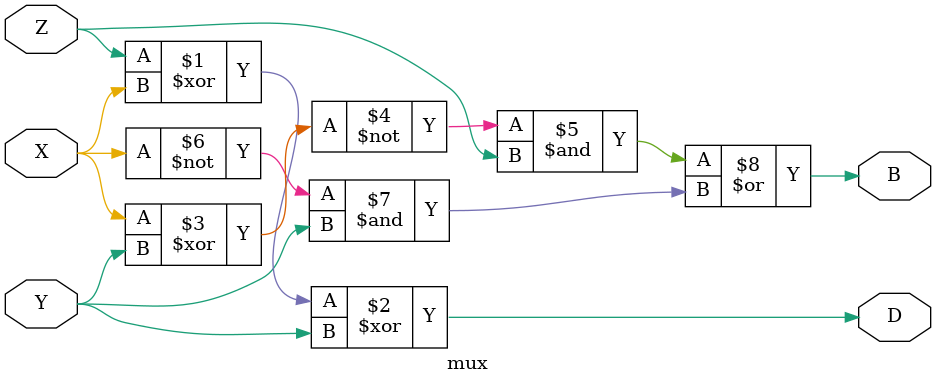
<source format=v>
module mux (
    input Z,
    input X,
    input Y,
    output D,
    output B);

assign D = Z ^ X ^ Y;
assign B = (~(X ^ Y) & Z) | (~X & Y);

endmodule
</source>
